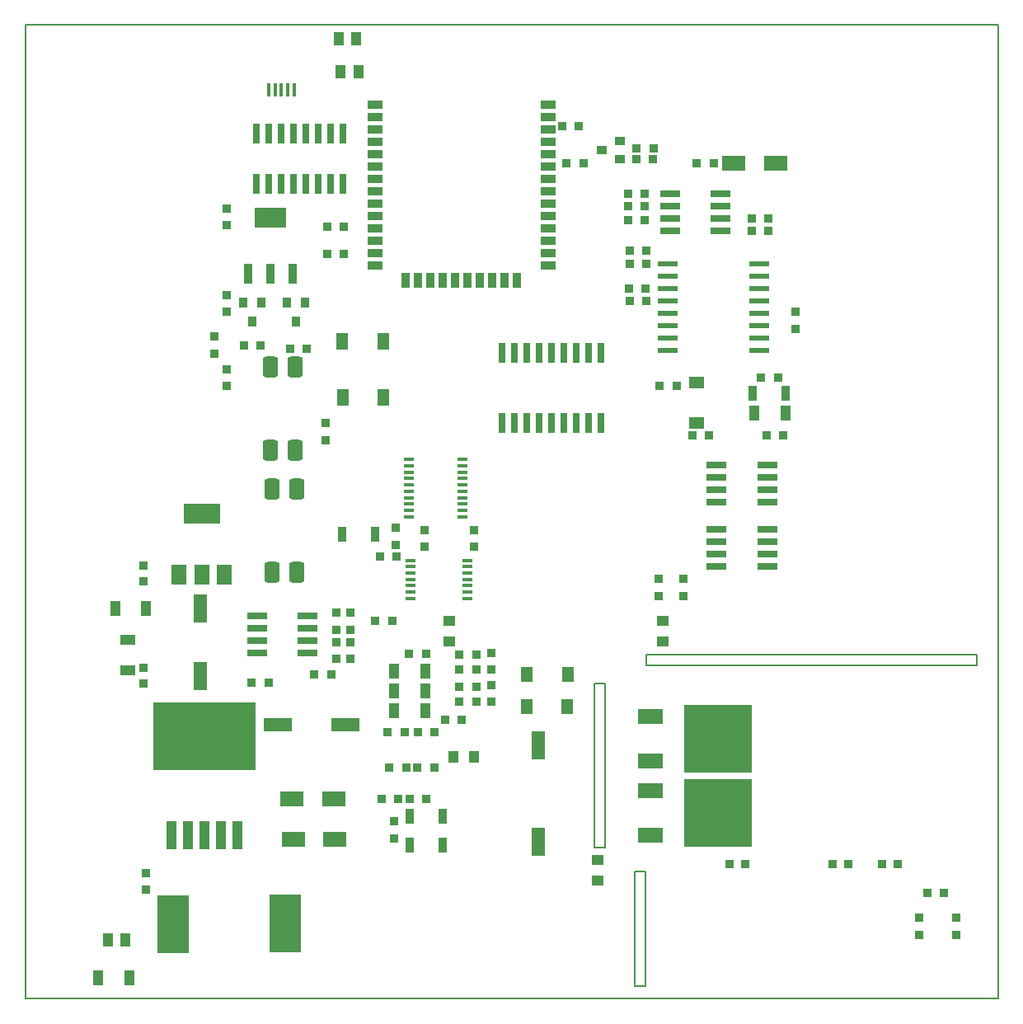
<source format=gbr>
G04 PROTEUS GERBER X2 FILE*
%TF.GenerationSoftware,Labcenter,Proteus,8.13-SP0-Build31525*%
%TF.CreationDate,2023-08-07T13:40:14+00:00*%
%TF.FileFunction,Paste,Top*%
%TF.FilePolarity,Positive*%
%TF.Part,Single*%
%TF.SameCoordinates,{8d507f11-5f74-4f73-9321-756942b8957b}*%
%FSLAX45Y45*%
%MOMM*%
G01*
%TA.AperFunction,Material*%
%ADD118R,1.500000X0.900000*%
%ADD119R,0.900000X1.500000*%
%TA.AperFunction,Material*%
%ADD120R,2.032000X0.635000*%
%TA.AperFunction,Material*%
%ADD121R,1.100000X0.400000*%
%TA.AperFunction,Material*%
%ADD122R,1.000000X0.300000*%
%TA.AperFunction,Material*%
%ADD123R,0.939800X0.889000*%
%ADD124R,0.889000X0.889000*%
%ADD125R,1.016000X1.524000*%
%ADD126R,2.350000X1.550000*%
%TA.AperFunction,Material*%
%ADD127R,1.041400X2.997200*%
%ADD128R,10.490200X6.908800*%
%TA.AperFunction,Material*%
%ADD129R,3.300000X6.000000*%
%ADD130R,1.400000X3.000000*%
%ADD131R,3.000000X1.400000*%
%ADD132R,0.990600X1.397000*%
%ADD133R,0.889000X1.524000*%
%TA.AperFunction,Material*%
%ADD134R,2.540000X1.524000*%
%ADD135R,6.985000X6.985000*%
%TA.AperFunction,Material*%
%ADD136R,0.400000X1.400000*%
%TA.AperFunction,Material*%
%ADD137R,0.635000X2.032000*%
%TA.AperFunction,Material*%
%ADD138R,0.889000X1.016000*%
%TA.AperFunction,Material*%
%ADD139R,0.939800X2.159000*%
%ADD140R,3.251200X2.159000*%
%TA.AperFunction,Material*%
%ADD141R,1.300000X1.700000*%
%TA.AperFunction,Material*%
%ADD142R,2.006600X0.609600*%
%TA.AperFunction,Material*%
%ADD143R,1.016000X0.889000*%
%AMPPAD134*
4,1,36,
-0.777240,-0.754740,
-0.754910,-0.828480,
-0.719440,-0.894800,
-0.672260,-0.952260,
-0.614800,-0.999440,
-0.548480,-1.034910,
-0.474740,-1.057240,
-0.395000,-1.065000,
0.395000,-1.065000,
0.474740,-1.057240,
0.548480,-1.034910,
0.614800,-0.999440,
0.672260,-0.952260,
0.719440,-0.894800,
0.754910,-0.828480,
0.777240,-0.754740,
0.785000,-0.675000,
0.785000,0.675000,
0.777240,0.754740,
0.754910,0.828480,
0.719440,0.894800,
0.672260,0.952260,
0.614800,0.999440,
0.548480,1.034910,
0.474740,1.057240,
0.395000,1.065000,
-0.395000,1.065000,
-0.474740,1.057240,
-0.548480,1.034910,
-0.614800,0.999440,
-0.672260,0.952260,
-0.719440,0.894800,
-0.754910,0.828480,
-0.777240,0.754740,
-0.785000,0.675000,
-0.785000,-0.675000,
-0.777240,-0.754740,
0*%
%TA.AperFunction,Material*%
%ADD144PPAD134*%
%TA.AperFunction,Material*%
%ADD145R,0.889000X0.939800*%
%TA.AperFunction,Material*%
%ADD146R,1.524000X2.032000*%
%ADD147R,3.810000X2.032000*%
%TA.AperFunction,Material*%
%ADD148R,1.524000X1.270000*%
%ADD149R,1.270000X1.524000*%
%ADD150R,1.524000X1.016000*%
%ADD151R,1.270000X1.016000*%
%ADD152R,1.016000X1.270000*%
%TA.AperFunction,Profile*%
%ADD58C,0.203200*%
%TD.AperFunction*%
D118*
X-1400000Y+4538000D03*
X-1400000Y+4411000D03*
X-1400000Y+4284000D03*
X-1400000Y+4157000D03*
X-1400000Y+4030000D03*
X-1400000Y+3903000D03*
X-1400000Y+3776000D03*
X-1400000Y+3649000D03*
X-1400000Y+3522000D03*
X-1400000Y+3395000D03*
X-1400000Y+3268000D03*
X-1400000Y+3141000D03*
X-1400000Y+3014000D03*
X-1400000Y+2887000D03*
D119*
X-1081000Y+2737000D03*
X-954000Y+2737000D03*
X-827000Y+2737000D03*
X-700000Y+2737000D03*
X-573000Y+2737000D03*
X-446000Y+2737000D03*
X-319000Y+2737000D03*
X-192000Y+2737000D03*
X-65000Y+2737000D03*
X+62000Y+2737000D03*
D118*
X+380000Y+2887000D03*
X+380000Y+3014000D03*
X+380000Y+3141000D03*
X+380000Y+3268000D03*
X+380000Y+3395000D03*
X+380000Y+3522000D03*
X+380000Y+3649000D03*
X+380000Y+3776000D03*
X+380000Y+3903000D03*
X+380000Y+4030000D03*
X+380000Y+4157000D03*
X+380000Y+4284000D03*
X+380000Y+4411000D03*
X+380000Y+4538000D03*
D120*
X-2610350Y-709500D03*
X-2610350Y-836500D03*
X-2610350Y-963500D03*
X-2610350Y-1090500D03*
X-2089650Y-1090500D03*
X-2089650Y-963500D03*
X-2089650Y-836500D03*
X-2089650Y-709500D03*
D121*
X-1035000Y-140000D03*
X-1035000Y-205000D03*
X-1035000Y-270000D03*
X-1035000Y-335000D03*
X-1035000Y-400000D03*
X-1035000Y-465000D03*
X-1035000Y-530000D03*
X-450000Y-530000D03*
X-450000Y-465000D03*
X-450000Y-400000D03*
X-450000Y-335000D03*
X-450000Y-270000D03*
X-450000Y-205000D03*
X-450000Y-140000D03*
D122*
X-1050000Y+895000D03*
X-1050000Y+830000D03*
X-1050000Y+765000D03*
X-1050000Y+700000D03*
X-1050000Y+635000D03*
X-1050000Y+570000D03*
X-1050000Y+505000D03*
X-1050000Y+440000D03*
X-1050000Y+375000D03*
X-1050000Y+310000D03*
X-500000Y+310000D03*
X-500000Y+375000D03*
X-500000Y+440000D03*
X-500000Y+505000D03*
X-500000Y+570000D03*
X-500000Y+635000D03*
X-500000Y+700000D03*
X-500000Y+765000D03*
X-500000Y+830000D03*
X-500000Y+895000D03*
D123*
X-3780000Y-350000D03*
X-3780000Y-190000D03*
X-3780000Y-1400000D03*
X-3780000Y-1240000D03*
D124*
X-1800000Y-1150000D03*
X-1800000Y-977280D03*
X-1800000Y-851360D03*
X-1800000Y-678640D03*
X-1650000Y-977280D03*
X-1650000Y-1150000D03*
X-1650000Y-678640D03*
X-1650000Y-851360D03*
X-360000Y-1440000D03*
X-532720Y-1440000D03*
X-360000Y-1110000D03*
X-532720Y-1110000D03*
X-532720Y-1590000D03*
X-360000Y-1590000D03*
X-532720Y-1260000D03*
X-360000Y-1260000D03*
X-202610Y-1590000D03*
X-202610Y-1417280D03*
X-202610Y-1260000D03*
X-202610Y-1087280D03*
D125*
X-3925040Y-4430000D03*
X-4240000Y-4430000D03*
D126*
X-1810000Y-3000000D03*
X-2240000Y-3000000D03*
D127*
X-3490000Y-2960000D03*
X-3320000Y-2960000D03*
X-3150000Y-2960000D03*
X-2980000Y-2960000D03*
X-2810000Y-2960000D03*
D128*
X-3150000Y-1950000D03*
D129*
X-3470000Y-3880000D03*
X-2320000Y-3870000D03*
D124*
X-3750000Y-3350000D03*
X-3750000Y-3522720D03*
D130*
X+280000Y-2040000D03*
X+280000Y-3030000D03*
D124*
X-1200000Y-2820000D03*
X-1200000Y-2992720D03*
D130*
X-3190000Y-630000D03*
X-3190000Y-1330000D03*
D131*
X-1700000Y-1830000D03*
X-2400000Y-1830000D03*
D126*
X-1820000Y-2590000D03*
X-2250000Y-2590000D03*
D124*
X-2022720Y-1310000D03*
X-1850000Y-1310000D03*
D132*
X-3960000Y-4040000D03*
X-4140000Y-4040000D03*
D120*
X+2109300Y+177000D03*
X+2109300Y+50000D03*
X+2109300Y-77000D03*
X+2109300Y-204000D03*
X+2630000Y-204000D03*
X+2630000Y-77000D03*
X+2630000Y+50000D03*
X+2630000Y+177000D03*
D124*
X-1050000Y-1100000D03*
X-877280Y-1100000D03*
X-790000Y-2270000D03*
X-962720Y-2270000D03*
X-1080000Y-2270000D03*
X-1252720Y-2270000D03*
D133*
X-700000Y-2770000D03*
X-1040000Y-2770000D03*
D124*
X-1332720Y-2590000D03*
X-1160000Y-2590000D03*
X-960000Y-1900000D03*
X-787280Y-1900000D03*
X-1270000Y-1900000D03*
X-1097280Y-1900000D03*
D133*
X-1040000Y-3060000D03*
X-700000Y-3060000D03*
D124*
X-1042720Y-2590000D03*
X-870000Y-2590000D03*
D134*
X+1429120Y-1741400D03*
X+1429120Y-2198600D03*
D135*
X+2120000Y-1970000D03*
D124*
X+1460000Y+4095000D03*
X+1287280Y+4095000D03*
X+1217280Y+3045000D03*
X+1390000Y+3045000D03*
X+1217280Y+2525000D03*
X+1390000Y+2525000D03*
X+2640000Y+3375000D03*
X+2467280Y+3375000D03*
X+2642720Y+3245000D03*
X+2470000Y+3245000D03*
X+1370000Y+3495000D03*
X+1197280Y+3495000D03*
X+1197280Y+3355000D03*
X+1370000Y+3355000D03*
X+1456780Y+3978980D03*
X+1284060Y+3978980D03*
X+1217280Y+2905000D03*
X+1390000Y+2905000D03*
D125*
X+2814960Y+1375000D03*
X+2500000Y+1375000D03*
D133*
X+2820000Y+1575000D03*
X+2480000Y+1575000D03*
D136*
X-2230000Y+4690000D03*
X-2295000Y+4690000D03*
X-2360000Y+4690000D03*
X-2425000Y+4690000D03*
X-2490000Y+4690000D03*
D137*
X-1730277Y+4243539D03*
X-1857277Y+4243539D03*
X-1984277Y+4243539D03*
X-2111277Y+4243539D03*
X-2238277Y+4243539D03*
X-2365277Y+4243539D03*
X-2492277Y+4243539D03*
X-2619277Y+4243539D03*
X-2619277Y+3722839D03*
X-2492277Y+3722839D03*
X-2365277Y+3722839D03*
X-2238277Y+3722839D03*
X-2111277Y+3722839D03*
X-1984277Y+3722839D03*
X-1857277Y+3722839D03*
X-1730277Y+3722839D03*
D125*
X-1200000Y-1280000D03*
X-885040Y-1280000D03*
X-1200000Y-1480000D03*
X-885040Y-1480000D03*
X-1200000Y-1680000D03*
X-885040Y-1680000D03*
D124*
X-1892720Y+3010000D03*
X-1720000Y+3010000D03*
D138*
X-2114682Y+2503689D03*
X-2302642Y+2503689D03*
X-2208662Y+2313189D03*
X-2564682Y+2503689D03*
X-2752642Y+2503689D03*
X-2658662Y+2313189D03*
D124*
X-2272720Y+2030000D03*
X-2100000Y+2030000D03*
X-2745022Y+2063189D03*
X-2572302Y+2063189D03*
D139*
X-2704777Y+2803189D03*
X-2474777Y+2803189D03*
X-2244777Y+2803189D03*
D140*
X-2474777Y+3383189D03*
D141*
X-1732978Y+2113705D03*
X-1312978Y+2113705D03*
X-1730000Y+1530000D03*
X-1310000Y+1530000D03*
D124*
X-1892720Y+3290000D03*
X-1720000Y+3290000D03*
D142*
X+1610000Y+2905000D03*
X+1610000Y+2778000D03*
X+1610000Y+2651000D03*
X+1610000Y+2524000D03*
X+1610000Y+2397000D03*
X+1610000Y+2270000D03*
X+1610000Y+2143000D03*
X+1610000Y+2016000D03*
X+2550000Y+2016000D03*
X+2550000Y+2143000D03*
X+2550000Y+2270000D03*
X+2550000Y+2397000D03*
X+2550000Y+2524000D03*
X+2550000Y+2651000D03*
X+2550000Y+2778000D03*
X+2550000Y+2905000D03*
D120*
X+1629650Y+3625500D03*
X+1629650Y+3498500D03*
X+1629650Y+3371500D03*
X+1629650Y+3244500D03*
X+2150350Y+3244500D03*
X+2150350Y+3371500D03*
X+2150350Y+3498500D03*
X+2150350Y+3625500D03*
D124*
X+1200000Y+3625000D03*
X+1372720Y+3625000D03*
X+1210000Y+2655000D03*
X+1382720Y+2655000D03*
D143*
X+1120000Y+3982040D03*
X+1120000Y+4170000D03*
X+929500Y+4076020D03*
D124*
X+2567280Y+1735000D03*
X+2740000Y+1735000D03*
D134*
X+1429120Y-2501400D03*
X+1429120Y-2958600D03*
D135*
X+2120000Y-2730000D03*
D144*
X-2220000Y+1848012D03*
X-2474000Y+1848012D03*
X-2474000Y+990000D03*
X-2220000Y+990000D03*
X-2200000Y+598012D03*
X-2454000Y+598012D03*
X-2454000Y-260000D03*
X-2200000Y-260000D03*
D137*
X-98000Y+1268050D03*
X+29000Y+1268050D03*
X+156000Y+1268050D03*
X+283000Y+1268050D03*
X+410000Y+1268050D03*
X+537000Y+1268050D03*
X+664000Y+1268050D03*
X+791000Y+1268050D03*
X+918000Y+1268050D03*
X+918000Y+1991950D03*
X+791000Y+1991950D03*
X+664000Y+1991950D03*
X+537000Y+1991950D03*
X+410000Y+1991950D03*
X+283000Y+1991950D03*
X+156000Y+1991950D03*
X+29000Y+1991950D03*
X-98000Y+1991950D03*
D145*
X+2399240Y-3260000D03*
X+2239240Y-3260000D03*
X+3459240Y-3260000D03*
X+3299240Y-3260000D03*
X+3969240Y-3260000D03*
X+3809240Y-3260000D03*
D120*
X+2109300Y+837000D03*
X+2109300Y+710000D03*
X+2109300Y+583000D03*
X+2109300Y+456000D03*
X+2630000Y+456000D03*
X+2630000Y+583000D03*
X+2630000Y+710000D03*
X+2630000Y+837000D03*
D146*
X-3411140Y-290000D03*
X-3180000Y-290000D03*
X-2948860Y-290000D03*
D147*
X-3180000Y+339920D03*
D126*
X+2286000Y+3937000D03*
X+2716000Y+3937000D03*
D148*
X+1905000Y+1270000D03*
X+1905000Y+1689100D03*
D149*
X+159600Y-1640000D03*
X+578700Y-1640000D03*
X+579100Y-1310000D03*
X+160000Y-1310000D03*
D125*
X-4064000Y-635000D03*
X-3749040Y-635000D03*
D150*
X-3937000Y-1270000D03*
X-3937000Y-955040D03*
D133*
X-1397000Y+127000D03*
X-1737000Y+127000D03*
D151*
X-635000Y-762000D03*
X-635000Y-975360D03*
X+1560000Y-760000D03*
X+1560000Y-973360D03*
X+889000Y-3429000D03*
X+889000Y-3215640D03*
D152*
X-381000Y-2159000D03*
X-594360Y-2159000D03*
D124*
X-1397000Y-762000D03*
X-1224280Y-762000D03*
X+1905000Y+3937000D03*
X+2077720Y+3937000D03*
X+1524000Y+1651000D03*
X+1696720Y+1651000D03*
X-2667000Y-1397000D03*
X-2494280Y-1397000D03*
X-1905000Y+1270000D03*
X-1905000Y+1097280D03*
X+1771000Y-330000D03*
X+1771000Y-502720D03*
X+2032000Y+1143000D03*
X+1859280Y+1143000D03*
X+1517000Y-330000D03*
X+1517000Y-502720D03*
X+4191000Y-3810000D03*
X+4191000Y-3982720D03*
X+4445000Y-3556000D03*
X+4272280Y-3556000D03*
X-508000Y-1778000D03*
X-680720Y-1778000D03*
X+2794000Y+1143000D03*
X+2621280Y+1143000D03*
X-3048000Y+2159000D03*
X-3048000Y+1986280D03*
X+4572000Y-3810000D03*
X+4572000Y-3982720D03*
X-2921000Y+2413000D03*
X-2921000Y+2585720D03*
X-2921000Y+3302000D03*
X-2921000Y+3474720D03*
X+570000Y+3937000D03*
X+742720Y+3937000D03*
X+520000Y+4320000D03*
X+692720Y+4320000D03*
X-1177280Y-100000D03*
X-1350000Y-100000D03*
X-1190000Y+20000D03*
X-1190000Y+192720D03*
D132*
X-1750000Y+4880000D03*
X-1570000Y+4880000D03*
D124*
X-2921000Y+1651000D03*
X-2921000Y+1823720D03*
D132*
X-1770000Y+5220000D03*
X-1590000Y+5220000D03*
D124*
X+2921000Y+2413000D03*
X+2921000Y+2240280D03*
X-381000Y+0D03*
X-381000Y+172720D03*
X-889000Y+0D03*
X-889000Y+172720D03*
D58*
X-4990000Y-4640000D02*
X+5000000Y-4640000D01*
X+5000000Y+5360000D01*
X-4990000Y+5360000D01*
X-4990000Y-4640000D01*
X+1385625Y-1221172D02*
X+4785625Y-1221172D01*
X+4785625Y-1111172D01*
X+1385625Y-1111172D01*
X+1385625Y-1221172D01*
X+855625Y-3091172D02*
X+965625Y-3091172D01*
X+965625Y-1401172D01*
X+855625Y-1401172D01*
X+855625Y-3091172D01*
X+1264865Y-4511172D02*
X+1374865Y-4511172D01*
X+1374865Y-3331172D01*
X+1264865Y-3331172D01*
X+1264865Y-4511172D01*
M02*

</source>
